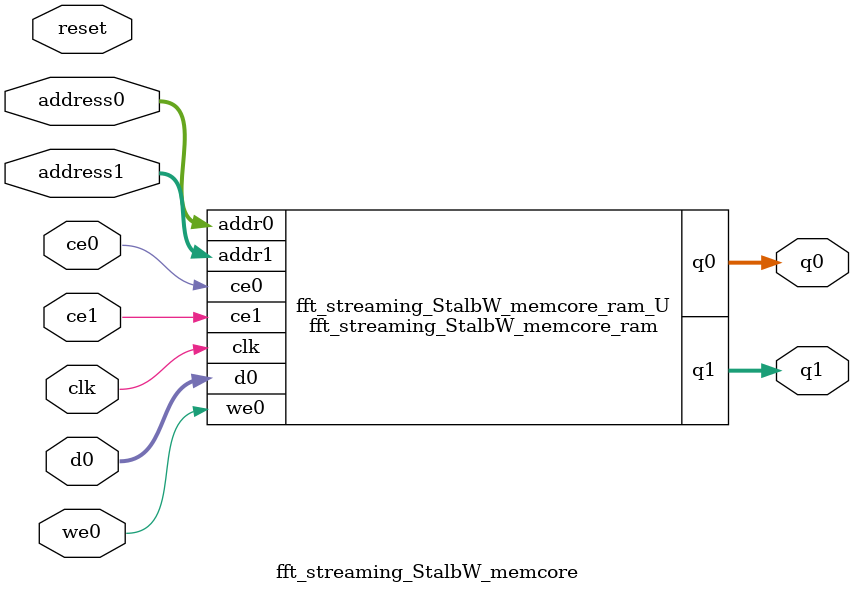
<source format=v>
`timescale 1 ns / 1 ps
module fft_streaming_StalbW_memcore_ram (addr0, ce0, d0, we0, q0, addr1, ce1, q1,  clk);

parameter DWIDTH = 22;
parameter AWIDTH = 10;
parameter MEM_SIZE = 1024;

input[AWIDTH-1:0] addr0;
input ce0;
input[DWIDTH-1:0] d0;
input we0;
output reg[DWIDTH-1:0] q0;
input[AWIDTH-1:0] addr1;
input ce1;
output reg[DWIDTH-1:0] q1;
input clk;

(* ram_style = "block" *)reg [DWIDTH-1:0] ram[0:MEM_SIZE-1];




always @(posedge clk)  
begin 
    if (ce0) begin
        if (we0) 
            ram[addr0] <= d0; 
        q0 <= ram[addr0];
    end
end


always @(posedge clk)  
begin 
    if (ce1) begin
        q1 <= ram[addr1];
    end
end


endmodule

`timescale 1 ns / 1 ps
module fft_streaming_StalbW_memcore(
    reset,
    clk,
    address0,
    ce0,
    we0,
    d0,
    q0,
    address1,
    ce1,
    q1);

parameter DataWidth = 32'd22;
parameter AddressRange = 32'd1024;
parameter AddressWidth = 32'd10;
input reset;
input clk;
input[AddressWidth - 1:0] address0;
input ce0;
input we0;
input[DataWidth - 1:0] d0;
output[DataWidth - 1:0] q0;
input[AddressWidth - 1:0] address1;
input ce1;
output[DataWidth - 1:0] q1;



fft_streaming_StalbW_memcore_ram fft_streaming_StalbW_memcore_ram_U(
    .clk( clk ),
    .addr0( address0 ),
    .ce0( ce0 ),
    .we0( we0 ),
    .d0( d0 ),
    .q0( q0 ),
    .addr1( address1 ),
    .ce1( ce1 ),
    .q1( q1 ));

endmodule


</source>
